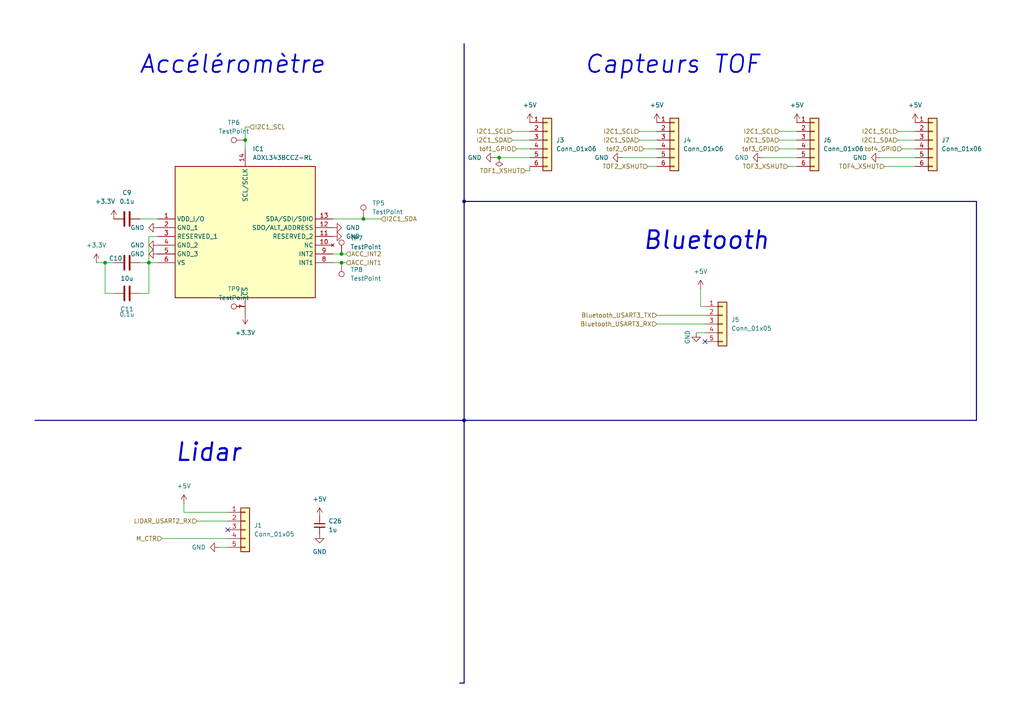
<source format=kicad_sch>
(kicad_sch (version 20250114) (generator "eeschema") (generator_version "9.0")
  (paper "A4")
  (lib_symbols
    (symbol "ADXL343BCCZ-RL:ADXL343BCCZ-RL"
      (property "Reference" "IC" (at 46.99 20.32 0))
      (property "Value" "ADXL343BCCZ-RL" (at 46.99 17.78 0))
      (symbol "ADXL343BCCZ-RL_1_1"
        (rectangle (start 5.08 15.24) (end 45.72 -22.86) (stroke (width 0.254)) (fill (type background)))
        (pin passive line (at 0 0 0) (length 5.08) (name "VDD_I/O") (number "1"))
        (pin passive line (at 0 -2.54 0) (length 5.08) (name "GND_1") (number "2"))
        (pin passive line (at 0 -5.08 0) (length 5.08) (name "RESERVED_1") (number "3"))
        (pin passive line (at 0 -7.62 0) (length 5.08) (name "GND_2") (number "4"))
        (pin passive line (at 0 -10.16 0) (length 5.08) (name "GND_3") (number "5"))
        (pin passive line (at 0 -12.7 0) (length 5.08) (name "VS") (number "6"))
        (pin passive line (at 25.4 20.32 270) (length 5.08) (name "SCL/SCLK") (number "14"))
        (pin passive line (at 25.4 -27.94 90) (length 5.08) (name "~{CS}") (number "7"))
        (pin passive line (at 50.8 0 180) (length 5.08) (name "SDA/SDI/SDIO") (number "13"))
        (pin passive line (at 50.8 -2.54 180) (length 5.08) (name "SDO/ALT_ADDRESS") (number "12"))
        (pin passive line (at 50.8 -5.08 180) (length 5.08) (name "RESERVED_2") (number "11"))
        (pin no_connect line (at 50.8 -7.62 180) (length 5.08) (name "NC") (number "10"))
        (pin passive line (at 50.8 -10.16 180) (length 5.08) (name "INT2") (number "9"))
        (pin passive line (at 50.8 -12.7 180) (length 5.08) (name "INT1") (number "8"))
      )
    )
    (symbol "Connector:TestPoint" (pin_numbers (hide yes)) (pin_names (offset 0.762) (hide yes))
      (property "Reference" "TP" (at 0 6.858 0))
      (property "Value" "TestPoint" (at 0 5.08 0))
      (symbol "TestPoint_0_1"
        (circle (center 0 3.302) (radius 0.762))
      )
      (symbol "TestPoint_1_1"
        (pin passive line (at 0 0 90) (length 2.54) (name "1") (number "1"))
      )
    )
    (symbol "Connector_Generic:Conn_01x05" (pin_names (offset 1.016) (hide yes))
      (property "Reference" "J" (at 0 7.62 0))
      (property "Value" "Conn_01x05" (at 0 -7.62 0))
      (symbol "Conn_01x05_1_1"
        (rectangle (start -1.27 6.35) (end 1.27 -6.35) (stroke (width 0.254)) (fill (type background)))
        (rectangle (start -1.27 5.207) (end 0 4.953) (stroke (width 0.1524)))
        (rectangle (start -1.27 2.667) (end 0 2.413) (stroke (width 0.1524)))
        (rectangle (start -1.27 0.127) (end 0 -0.127) (stroke (width 0.1524)))
        (rectangle (start -1.27 -2.413) (end 0 -2.667) (stroke (width 0.1524)))
        (rectangle (start -1.27 -4.953) (end 0 -5.207) (stroke (width 0.1524)))
        (pin passive line (at -5.08 5.08 0) (length 3.81) (name "Pin_1") (number "1"))
        (pin passive line (at -5.08 2.54 0) (length 3.81) (name "Pin_2") (number "2"))
        (pin passive line (at -5.08 0 0) (length 3.81) (name "Pin_3") (number "3"))
        (pin passive line (at -5.08 -2.54 0) (length 3.81) (name "Pin_4") (number "4"))
        (pin passive line (at -5.08 -5.08 0) (length 3.81) (name "Pin_5") (number "5"))
      )
    )
    (symbol "Connector_Generic:Conn_01x06" (pin_names (offset 1.016) (hide yes))
      (property "Reference" "J" (at 0 7.62 0))
      (property "Value" "Conn_01x06" (at 0 -10.16 0))
      (symbol "Conn_01x06_1_1"
        (rectangle (start -1.27 6.35) (end 1.27 -8.89) (stroke (width 0.254)) (fill (type background)))
        (rectangle (start -1.27 5.207) (end 0 4.953) (stroke (width 0.1524)))
        (rectangle (start -1.27 2.667) (end 0 2.413) (stroke (width 0.1524)))
        (rectangle (start -1.27 0.127) (end 0 -0.127) (stroke (width 0.1524)))
        (rectangle (start -1.27 -2.413) (end 0 -2.667) (stroke (width 0.1524)))
        (rectangle (start -1.27 -4.953) (end 0 -5.207) (stroke (width 0.1524)))
        (rectangle (start -1.27 -7.493) (end 0 -7.747) (stroke (width 0.1524)))
        (pin passive line (at -5.08 5.08 0) (length 3.81) (name "Pin_1") (number "1"))
        (pin passive line (at -5.08 2.54 0) (length 3.81) (name "Pin_2") (number "2"))
        (pin passive line (at -5.08 0 0) (length 3.81) (name "Pin_3") (number "3"))
        (pin passive line (at -5.08 -2.54 0) (length 3.81) (name "Pin_4") (number "4"))
        (pin passive line (at -5.08 -5.08 0) (length 3.81) (name "Pin_5") (number "5"))
        (pin passive line (at -5.08 -7.62 0) (length 3.81) (name "Pin_6") (number "6"))
      )
    )
    (symbol "Device:C" (pin_numbers (hide yes)) (pin_names (offset 0.254))
      (property "Reference" "C" (at 0.635 2.54 0))
      (property "Value" "C" (at 0.635 -2.54 0))
      (symbol "C_0_1"
        (polyline (pts (xy -2.032 0.762) (xy 2.032 0.762)) (stroke (width 0.508)))
        (polyline (pts (xy -2.032 -0.762) (xy 2.032 -0.762)) (stroke (width 0.508)))
      )
      (symbol "C_1_1"
        (pin passive line (at 0 3.81 270) (length 2.794) (name "~") (number "1"))
        (pin passive line (at 0 -3.81 90) (length 2.794) (name "~") (number "2"))
      )
    )
    (symbol "Device:C_Small" (pin_numbers (hide yes)) (pin_names (offset 0.254) (hide yes))
      (property "Reference" "C" (at 0.254 1.778 0))
      (property "Value" "C_Small" (at 0.254 -2.032 0))
      (symbol "C_Small_0_1"
        (polyline (pts (xy -1.524 0.508) (xy 1.524 0.508)) (stroke (width 0.3048)))
        (polyline (pts (xy -1.524 -0.508) (xy 1.524 -0.508)) (stroke (width 0.3302)))
      )
      (symbol "C_Small_1_1"
        (pin passive line (at 0 2.54 270) (length 2.032) (name "~") (number "1"))
        (pin passive line (at 0 -2.54 90) (length 2.032) (name "~") (number "2"))
      )
    )
    (symbol "power:+3.3V" (power) (pin_numbers (hide yes)) (pin_names (offset 0) (hide yes))
      (property "Value" "+3.3V" (at 0 3.556 0))
      (symbol "+3.3V_0_1"
        (polyline (pts (xy -0.762 1.27) (xy 0 2.54)))
        (polyline (pts (xy 0 2.54) (xy 0.762 1.27)))
        (polyline (pts (xy 0 0) (xy 0 2.54)))
      )
      (symbol "+3.3V_1_1"
        (pin power_in line (at 0 0 90) (length 0) (name "~") (number "1"))
      )
    )
    (symbol "power:+5V" (power) (pin_numbers (hide yes)) (pin_names (offset 0) (hide yes))
      (property "Value" "+5V" (at 0 3.556 0))
      (symbol "+5V_0_1"
        (polyline (pts (xy -0.762 1.27) (xy 0 2.54)))
        (polyline (pts (xy 0 2.54) (xy 0.762 1.27)))
        (polyline (pts (xy 0 0) (xy 0 2.54)))
      )
      (symbol "+5V_1_1"
        (pin power_in line (at 0 0 90) (length 0) (name "~") (number "1"))
      )
    )
    (symbol "power:GND" (power) (pin_numbers (hide yes)) (pin_names (offset 0) (hide yes))
      (property "Value" "GND" (at 0 -3.81 0))
      (symbol "GND_0_1"
        (polyline (pts (xy 0 0) (xy 0 -1.27) (xy 1.27 -1.27) (xy 0 -2.54) (xy -1.27 -1.27) (xy 0 -1.27)))
      )
      (symbol "GND_1_1"
        (pin power_in line (at 0 0 270) (length 0) (name "~") (number "1"))
      )
    )
    (symbol "power:PWR_FLAG" (power) (pin_numbers (hide yes)) (pin_names (offset 0) (hide yes))
      (property "Value" "PWR_FLAG" (at 0 3.81 0))
      (symbol "PWR_FLAG_0_0"
        (pin power_out line (at 0 0 90) (length 0) (name "~") (number "1"))
      )
      (symbol "PWR_FLAG_0_1"
        (polyline (pts (xy 0 0) (xy 0 1.27) (xy -1.016 1.905) (xy 0 2.54) (xy 1.016 1.905) (xy 0 1.27)))
      )
    )
  )
  (text "Lidar\n" (at 60.452 131.318 0) (effects (font (size 5.08 5.08) (thickness 0.635) (italic yes))))
  (text "Bluetooth " (at 206.756 69.85 0) (effects (font (size 5.08 5.08) (thickness 0.635) (italic yes))))
  (text "Accéléromètre " (at 69.342 18.796 0) (effects (font (size 5.08 5.08) (thickness 0.508) (bold yes) (italic yes))))
  (text "Capteurs TOF" (at 195.072 18.796 0) (effects (font (size 5.08 5.08) (thickness 0.508) (bold yes) (italic yes))))
  (junction (at 134.62 58.42))
  (junction (at 71.12 40.64))
  (junction (at 144.78 45.72))
  (junction (at 105.41 63.5))
  (junction (at 30.48 76.2))
  (junction (at 134.62 121.92))
  (junction (at 99.06 73.66))
  (junction (at 43.18 76.2))
  (junction (at 99.06 76.2))
  (no_connect (at 66.04 153.67))
  (no_connect (at 204.47 99.06))
  (bus (pts (xy 283.21 58.42) (xy 283.21 121.92)))
  (wire (pts (xy 190.5 91.44) (xy 204.47 91.44)))
  (bus (pts (xy 10.16 121.92) (xy 134.62 121.92)))
  (wire (pts (xy 152.4 49.53) (xy 153.67 49.53)))
  (bus (pts (xy 283.21 121.92) (xy 134.62 121.92)))
  (wire (pts (xy 53.34 148.59) (xy 66.04 148.59)))
  (wire (pts (xy 148.59 38.1) (xy 153.67 38.1)))
  (wire (pts (xy 201.93 96.52) (xy 204.47 96.52)))
  (wire (pts (xy 71.12 36.83) (xy 71.12 40.64)))
  (wire (pts (xy 63.5 158.75) (xy 66.04 158.75)))
  (wire (pts (xy 226.06 40.64) (xy 231.14 40.64)))
  (wire (pts (xy 46.99 156.21) (xy 66.04 156.21)))
  (wire (pts (xy 260.35 38.1) (xy 265.43 38.1)))
  (wire (pts (xy 220.98 45.72) (xy 231.14 45.72)))
  (wire (pts (xy 45.72 68.58) (xy 43.18 68.58)))
  (wire (pts (xy 185.42 40.64) (xy 190.5 40.64)))
  (wire (pts (xy 43.18 68.58) (xy 43.18 76.2)))
  (wire (pts (xy 186.69 43.18) (xy 190.5 43.18)))
  (wire (pts (xy 149.86 43.18) (xy 153.67 43.18)))
  (wire (pts (xy 71.12 40.64) (xy 71.12 43.18)))
  (wire (pts (xy 43.18 76.2) (xy 45.72 76.2)))
  (wire (pts (xy 96.52 63.5) (xy 105.41 63.5)))
  (wire (pts (xy 185.42 38.1) (xy 190.5 38.1)))
  (bus (pts (xy 134.62 12.7) (xy 134.62 58.42)))
  (wire (pts (xy 27.94 76.2) (xy 30.48 76.2)))
  (wire (pts (xy 203.2 83.82) (xy 203.2 88.9)))
  (wire (pts (xy 143.51 45.72) (xy 144.78 45.72)))
  (wire (pts (xy 53.34 146.05) (xy 53.34 148.59)))
  (wire (pts (xy 203.2 88.9) (xy 204.47 88.9)))
  (wire (pts (xy 71.12 36.83) (xy 72.39 36.83)))
  (wire (pts (xy 256.54 48.26) (xy 265.43 48.26)))
  (wire (pts (xy 30.48 76.2) (xy 33.02 76.2)))
  (bus (pts (xy 134.62 58.42) (xy 134.62 121.92)))
  (wire (pts (xy 190.5 93.98) (xy 204.47 93.98)))
  (wire (pts (xy 228.6 48.26) (xy 231.14 48.26)))
  (wire (pts (xy 105.41 63.5) (xy 110.49 63.5)))
  (wire (pts (xy 57.15 151.13) (xy 66.04 151.13)))
  (bus (pts (xy 134.62 58.42) (xy 283.21 58.42)))
  (wire (pts (xy 260.35 40.64) (xy 265.43 40.64)))
  (wire (pts (xy 96.52 76.2) (xy 99.06 76.2)))
  (wire (pts (xy 261.62 43.18) (xy 265.43 43.18)))
  (wire (pts (xy 226.06 38.1) (xy 231.14 38.1)))
  (wire (pts (xy 99.06 76.2) (xy 100.33 76.2)))
  (wire (pts (xy 40.64 63.5) (xy 45.72 63.5)))
  (wire (pts (xy 255.27 45.72) (xy 265.43 45.72)))
  (wire (pts (xy 144.78 45.72) (xy 153.67 45.72)))
  (bus (pts (xy 134.62 121.92) (xy 134.62 198.12)))
  (wire (pts (xy 40.64 76.2) (xy 43.18 76.2)))
  (wire (pts (xy 180.34 45.72) (xy 190.5 45.72)))
  (wire (pts (xy 226.06 43.18) (xy 231.14 43.18)))
  (wire (pts (xy 33.02 85.09) (xy 30.48 85.09)))
  (wire (pts (xy 43.18 85.09) (xy 43.18 76.2)))
  (wire (pts (xy 153.67 49.53) (xy 153.67 48.26)))
  (wire (pts (xy 30.48 85.09) (xy 30.48 76.2)))
  (bus (pts (xy 133.35 198.12) (xy 134.62 198.12)))
  (wire (pts (xy 40.64 85.09) (xy 43.18 85.09)))
  (wire (pts (xy 96.52 73.66) (xy 99.06 73.66)))
  (wire (pts (xy 99.06 73.66) (xy 100.33 73.66)))
  (wire (pts (xy 187.96 48.26) (xy 190.5 48.26)))
  (wire (pts (xy 148.59 40.64) (xy 153.67 40.64)))
  (hierarchical_label "TOF2_XSHUT" (shape input) (at 187.96 48.26 180))
  (hierarchical_label "tof2_GPIO" (shape input) (at 186.69 43.18 180))
  (hierarchical_label "M_CTR" (shape input) (at 46.99 156.21 180))
  (hierarchical_label "TOF3_XSHUT" (shape input) (at 228.6 48.26 180))
  (hierarchical_label "I2C1_SDA" (shape input) (at 226.06 40.64 180))
  (hierarchical_label "ACC_INT2" (shape input) (at 100.33 73.66 0))
  (hierarchical_label "tof3_GPIO" (shape input) (at 226.06 43.18 180))
  (hierarchical_label "TOF4_XSHUT" (shape input) (at 256.54 48.26 180))
  (hierarchical_label "TOF1_XSHUT" (shape input) (at 152.4 49.53 180))
  (hierarchical_label "tof4_GPIO" (shape input) (at 261.62 43.18 180))
  (hierarchical_label "I2C1_SDA" (shape input) (at 148.59 40.64 180))
  (hierarchical_label "I2C1_SCL" (shape input) (at 226.06 38.1 180))
  (hierarchical_label "I2C1_SCL" (shape input) (at 185.42 38.1 180))
  (hierarchical_label "I2C1_SDA" (shape input) (at 260.35 40.64 180))
  (hierarchical_label "I2C1_SDA" (shape input) (at 185.42 40.64 180))
  (hierarchical_label "Bluetooth_USART3_RX" (shape input) (at 190.5 93.98 180))
  (hierarchical_label "ACC_INT1" (shape input) (at 100.33 76.2 0))
  (hierarchical_label "I2C1_SCL" (shape input) (at 72.39 36.83 0))
  (hierarchical_label "Bluetooth_USART3_TX" (shape input) (at 190.5 91.44 180))
  (hierarchical_label "LIDAR_USART2_RX" (shape input) (at 57.15 151.13 180))
  (hierarchical_label "I2C1_SCL" (shape input) (at 148.59 38.1 180))
  (hierarchical_label "I2C1_SCL" (shape input) (at 260.35 38.1 180))
  (hierarchical_label "tof1_GPIO" (shape input) (at 149.86 43.18 180))
  (hierarchical_label "I2C1_SDA" (shape input) (at 110.49 63.5 0))
  (symbol (lib_id "power:+3.3V") (at 27.94 76.2 0) (unit 1)
    (property "Reference" "#PWR0127" (effects (hide yes)))
    (property "Value" "+3.3V" (at 27.94 71.12 0))
    (property "Description" "Power symbol creates a global label with name \"+3.3V\"" (effects (hide yes)))
    (instances (project "Projet_Robot" (path "" (reference "#PWR0127") (unit 1))) (project "" (path "" (reference "#PWR?") (unit 1))))
  )
  (symbol (lib_id "Connector:TestPoint") (at 99.06 73.66 0) (unit 1)
    (property "Reference" "TP7" (at 101.6 69.0879 0) (effects (justify left)))
    (property "Value" "TestPoint" (at 101.6 71.6279 0) (effects (justify left)))
    (property "Description" "test point" (effects (hide yes)))
  )
  (symbol (lib_id "power:GND") (at 143.51 45.72 270) (unit 1)
    (property "Reference" "#PWR04" (effects (hide yes)))
    (property "Value" "GND" (at 139.7 45.7199 90) (effects (justify right)))
    (property "Description" "Power symbol creates a global label with name \"GND\" , ground" (effects (hide yes)))
  )
  (symbol (lib_id "power:+5V") (at 92.71 149.86 0) (unit 1)
    (property "Reference" "#PWR027" (effects (hide yes)))
    (property "Value" "+5V" (at 92.71 144.78 0))
    (property "Description" "Power symbol creates a global label with name \"+5V\"" (effects (hide yes)))
  )
  (symbol (lib_id "Connector_Generic:Conn_01x06") (at 270.51 40.64 0) (unit 1)
    (property "Reference" "J7" (at 273.05 40.6399 0) (effects (justify left)))
    (property "Value" "Conn_01x06" (at 273.05 43.1799 0) (effects (justify left)))
    (property "Footprint" "Connector_JST:JST_XH_B6B-XH-A_1x06_P2.50mm_Vertical" (effects (hide yes)))
    (property "Description" "Generic connector, single row, 01x06, script generated (kicad-library-utils/schlib/autogen/connector/)" (effects (hide yes)))
  )
  (symbol (lib_id "power:+3.3V") (at 33.02 63.5 0) (unit 1)
    (property "Reference" "#PWR0124" (effects (hide yes)))
    (property "Value" "+3.3V" (at 30.48 58.42 0))
    (property "Description" "Power symbol creates a global label with name \"+3.3V\"" (effects (hide yes)))
    (instances (project "Projet_Robot" (path "" (reference "#PWR0124") (unit 1))) (project "Projet micro" (path "" (reference "#PWR?") (unit 1))))
  )
  (symbol (lib_id "power:+5V") (at 265.43 35.56 0) (unit 1)
    (property "Reference" "#PWR010" (effects (hide yes)))
    (property "Value" "+5V" (at 265.43 30.48 0))
    (property "Description" "Power symbol creates a global label with name \"+5V\"" (effects (hide yes)))
  )
  (symbol (lib_id "Device:C") (at 36.83 76.2 90) (unit 1)
    (property "Reference" "C10" (at 33.528 74.93 90))
    (property "Value" "10u" (at 36.83 80.772 90))
    (property "Footprint" "Capacitor_SMD:C_0603_1608Metric" (effects (hide yes)))
    (property "Description" "Unpolarized capacitor" (effects (hide yes)))
    (instances (project "" (path "" (reference "C10") (unit 1))) (project "Projet micro" (path "" (reference "C2") (unit 1))))
  )
  (symbol (lib_id "power:+5V") (at 231.14 35.56 0) (unit 1)
    (property "Reference" "#PWR08" (effects (hide yes)))
    (property "Value" "+5V" (at 231.14 30.48 0))
    (property "Description" "Power symbol creates a global label with name \"+5V\"" (effects (hide yes)))
  )
  (symbol (lib_id "power:+5V") (at 53.34 146.05 0) (unit 1)
    (property "Reference" "#PWR0129" (effects (hide yes)))
    (property "Value" "+5V" (at 53.34 140.97 0))
    (property "Description" "Power symbol creates a global label with name \"+5V\"" (effects (hide yes)))
    (instances (project "Projet_Robot" (path "" (reference "#PWR0129") (unit 1))) (project "" (path "" (reference "#PWR?") (unit 1))))
  )
  (symbol (lib_id "Connector:TestPoint") (at 105.41 63.5 0) (unit 1)
    (property "Reference" "TP5" (at 107.95 58.9279 0) (effects (justify left)))
    (property "Value" "TestPoint" (at 107.95 61.4679 0) (effects (justify left)))
    (property "Description" "test point" (effects (hide yes)))
  )
  (symbol (lib_id "power:+5V") (at 203.2 83.82 0) (unit 1)
    (property "Reference" "#PWR011" (effects (hide yes)))
    (property "Value" "+5V" (at 203.2 78.74 0))
    (property "Description" "Power symbol creates a global label with name \"+5V\"" (effects (hide yes)))
  )
  (symbol (lib_id "Connector:TestPoint") (at 71.12 88.9 90) (unit 1)
    (property "Reference" "TP9" (at 67.818 83.82 90))
    (property "Value" "TestPoint" (at 67.818 86.36 90))
    (property "Description" "test point" (effects (hide yes)))
  )
  (symbol (lib_id "Connector_Generic:Conn_01x06") (at 195.58 40.64 0) (unit 1)
    (property "Reference" "J4" (at 198.12 40.6399 0) (effects (justify left)))
    (property "Value" "Conn_01x06" (at 198.12 43.1799 0) (effects (justify left)))
    (property "Footprint" "Connector_JST:JST_XH_B6B-XH-AM_1x06_P2.50mm_Vertical" (effects (hide yes)))
    (property "Description" "Generic connector, single row, 01x06, script generated (kicad-library-utils/schlib/autogen/connector/)" (effects (hide yes)))
  )
  (symbol (lib_id "Device:C_Small") (at 92.71 152.4 0) (unit 1)
    (property "Reference" "C26" (at 95.25 151.1362 0) (effects (justify left)))
    (property "Value" "1u" (at 95.25 153.6762 0) (effects (justify left)))
    (property "Footprint" "Capacitor_SMD:C_0201_0603Metric" (effects (hide yes)))
    (property "Description" "Unpolarized capacitor, small symbol" (effects (hide yes)))
  )
  (symbol (lib_id "Connector_Generic:Conn_01x06") (at 158.75 40.64 0) (unit 1)
    (property "Reference" "J3" (at 161.29 40.6399 0) (effects (justify left)))
    (property "Value" "Conn_01x06" (at 161.29 43.1799 0) (effects (justify left)))
    (property "Footprint" "Connector_JST:JST_XH_B6B-XH-AM_1x06_P2.50mm_Vertical" (effects (hide yes)))
    (property "Description" "Generic connector, single row, 01x06, script generated (kicad-library-utils/schlib/autogen/connector/)" (effects (hide yes)))
    (instances (project "" (path "" (reference "J3") (unit 1))) (project "" (path "" (reference "J2") (unit 1))))
  )
  (symbol (lib_id "Connector_Generic:Conn_01x05") (at 209.55 93.98 0) (unit 1)
    (property "Reference" "J5" (at 212.09 92.7099 0) (effects (justify left)))
    (property "Value" "Conn_01x05" (at 212.09 95.2499 0) (effects (justify left)))
    (property "Footprint" "Connector_JST:JST_XH_B6B-XH-AM_1x06_P2.50mm_Vertical" (effects (hide yes)))
    (property "Description" "Generic connector, single row, 01x05, script generated (kicad-library-utils/schlib/autogen/connector/)" (effects (hide yes)))
    (instances (project "" (path "" (reference "J5") (unit 1))) (project "" (path "" (reference "J4") (unit 1))))
  )
  (symbol (lib_id "power:GND") (at 255.27 45.72 270) (unit 1)
    (property "Reference" "#PWR09" (effects (hide yes)))
    (property "Value" "GND" (at 251.46 45.7199 90) (effects (justify right)))
    (property "Description" "Power symbol creates a global label with name \"GND\" , ground" (effects (hide yes)))
  )
  (symbol (lib_id "power:GND") (at 96.52 68.58 90) (unit 1)
    (property "Reference" "#PWR0120" (effects (hide yes)))
    (property "Value" "GND" (at 100.33 68.5799 90) (effects (justify right)))
    (property "Description" "Power symbol creates a global label with name \"GND\" , ground" (effects (hide yes)))
    (instances (project "Projet_Robot" (path "" (reference "#PWR0120") (unit 1))) (project "" (path "" (reference "#PWR?") (unit 1))))
  )
  (symbol (lib_id "power:GND") (at 201.93 96.52 0) (unit 1)
    (property "Reference" "#PWR0118" (effects (hide yes)))
    (property "Value" "GND" (at 199.39 97.79 90))
    (property "Description" "Power symbol creates a global label with name \"GND\" , ground" (effects (hide yes)))
    (instances (project "Projet_Robot" (path "" (reference "#PWR0118") (unit 1))) (project "Projet micro" (path "" (reference "#PWR?") (unit 1))))
  )
  (symbol (lib_id "Device:C") (at 36.83 63.5 90) (unit 1)
    (property "Reference" "C9" (at 36.83 55.88 90))
    (property "Value" "0.1u" (at 36.83 58.42 90))
    (property "Footprint" "Capacitor_SMD:C_0603_1608Metric" (effects (hide yes)))
    (property "Description" "Unpolarized capacitor" (effects (hide yes)))
    (instances (project "" (path "" (reference "C9") (unit 1))) (project "" (path "" (reference "C1") (unit 1))))
  )
  (symbol (lib_id "power:GND") (at 45.72 66.04 270) (unit 1)
    (property "Reference" "#PWR0125" (effects (hide yes)))
    (property "Value" "GND" (at 41.91 66.0399 90) (effects (justify right)))
    (property "Description" "Power symbol creates a global label with name \"GND\" , ground" (effects (hide yes)))
    (instances (project "Projet_Robot" (path "" (reference "#PWR0125") (unit 1))) (project "" (path "" (reference "#PWR?") (unit 1))))
  )
  (symbol (lib_id "Connector:TestPoint") (at 71.12 40.64 90) (unit 1)
    (property "Reference" "TP6" (at 67.818 35.56 90))
    (property "Value" "TestPoint" (at 67.818 38.1 90))
    (property "Description" "test point" (effects (hide yes)))
  )
  (symbol (lib_id "power:GND") (at 45.72 73.66 270) (unit 1)
    (property "Reference" "#PWR0122" (effects (hide yes)))
    (property "Value" "GND" (at 41.91 73.6599 90) (effects (justify right)))
    (property "Description" "Power symbol creates a global label with name \"GND\" , ground" (effects (hide yes)))
    (instances (project "Projet_Robot" (path "" (reference "#PWR0122") (unit 1))) (project "Projet micro" (path "" (reference "#PWR?") (unit 1))))
  )
  (symbol (lib_id "power:+3.3V") (at 71.12 91.44 180) (unit 1)
    (property "Reference" "#PWR0130" (effects (hide yes)))
    (property "Value" "+3.3V" (at 71.12 96.52 0))
    (property "Description" "Power symbol creates a global label with name \"+3.3V\"" (effects (hide yes)))
    (instances (project "Projet_Robot" (path "" (reference "#PWR0130") (unit 1))) (project "Projet micro" (path "" (reference "#PWR?") (unit 1))))
  )
  (symbol (lib_id "Connector_Generic:Conn_01x06") (at 236.22 40.64 0) (unit 1)
    (property "Reference" "J6" (at 238.76 40.6399 0) (effects (justify left)))
    (property "Value" "Conn_01x06" (at 238.76 43.1799 0) (effects (justify left)))
    (property "Footprint" "Connector_JST:JST_XH_B6B-XH-AM_1x06_P2.50mm_Vertical" (effects (hide yes)))
    (property "Description" "Generic connector, single row, 01x06, script generated (kicad-library-utils/schlib/autogen/connector/)" (effects (hide yes)))
  )
  (symbol (lib_id "power:GND") (at 220.98 45.72 270) (unit 1)
    (property "Reference" "#PWR07" (effects (hide yes)))
    (property "Value" "GND" (at 217.17 45.7199 90) (effects (justify right)))
    (property "Description" "Power symbol creates a global label with name \"GND\" , ground" (effects (hide yes)))
  )
  (symbol (lib_id "power:GND") (at 63.5 158.75 270) (unit 1)
    (property "Reference" "#PWR0128" (effects (hide yes)))
    (property "Value" "GND" (at 59.69 158.7499 90) (effects (justify right)))
    (property "Description" "Power symbol creates a global label with name \"GND\" , ground" (effects (hide yes)))
    (instances (project "Projet_Robot" (path "" (reference "#PWR0128") (unit 1))) (project "" (path "" (reference "#PWR?") (unit 1))))
  )
  (symbol (lib_id "Connector_Generic:Conn_01x05") (at 71.12 153.67 0) (unit 1)
    (property "Reference" "J1" (at 73.66 152.3999 0) (effects (justify left)))
    (property "Value" "Conn_01x05" (at 73.66 154.9399 0) (effects (justify left)))
    (property "Footprint" "Battery:SOT65P280X100-8N" (effects (hide yes)))
    (property "Description" "Generic connector, single row, 01x05, script generated (kicad-library-utils/schlib/autogen/connector/)" (effects (hide yes)))
  )
  (symbol (lib_id "Connector:TestPoint") (at 99.06 76.2 180) (unit 1)
    (property "Reference" "TP8" (at 101.6 78.2319 0) (effects (justify right)))
    (property "Value" "TestPoint" (at 101.6 80.7719 0) (effects (justify right)))
    (property "Description" "test point" (effects (hide yes)))
  )
  (symbol (lib_id "power:GND") (at 96.52 66.04 90) (unit 1)
    (property "Reference" "#PWR0126" (effects (hide yes)))
    (property "Value" "GND" (at 100.33 66.0399 90) (effects (justify right)))
    (property "Description" "Power symbol creates a global label with name \"GND\" , ground" (effects (hide yes)))
    (instances (project "Projet_Robot" (path "" (reference "#PWR0126") (unit 1))) (project "Projet micro" (path "" (reference "#PWR?") (unit 1))))
  )
  (symbol (lib_id "power:GND") (at 180.34 45.72 270) (unit 1)
    (property "Reference" "#PWR05" (effects (hide yes)))
    (property "Value" "GND" (at 176.53 45.7199 90) (effects (justify right)))
    (property "Description" "Power symbol creates a global label with name \"GND\" , ground" (effects (hide yes)))
  )
  (symbol (lib_id "power:GND") (at 92.71 154.94 0) (unit 1)
    (property "Reference" "#PWR028" (effects (hide yes)))
    (property "Value" "GND" (at 92.71 160.02 0))
    (property "Description" "Power symbol creates a global label with name \"GND\" , ground" (effects (hide yes)))
  )
  (symbol (lib_id "power:GND") (at 45.72 71.12 270) (unit 1)
    (property "Reference" "#PWR0123" (effects (hide yes)))
    (property "Value" "GND" (at 41.91 71.1199 90) (effects (justify right)))
    (property "Description" "Power symbol creates a global label with name \"GND\" , ground" (effects (hide yes)))
    (instances (project "Projet_Robot" (path "" (reference "#PWR0123") (unit 1))) (project "Projet micro" (path "" (reference "#PWR?") (unit 1))))
  )
  (symbol (lib_id "ADXL343BCCZ-RL:ADXL343BCCZ-RL") (at 45.72 63.5 0) (unit 1)
    (property "Reference" "IC1" (at 73.2633 43.18 0) (effects (justify left)))
    (property "Value" "ADXL343BCCZ-RL" (at 73.2633 45.72 0) (effects (justify left)))
    (property "Footprint" "Package_LGA:LGA-14_3x5mm_P0.8mm_LayoutBorder1x6y" (effects (hide yes)))
    (property "Datasheet" "https://www.analog.com/media/en/technical-documentation/data-sheets/ADXL343.pdf" (effects (hide yes)))
    (property "Description" "Accelerometer X, Y, Z Axis +/-2g, 4g, 8g, 16g 0.05Hz ~ 1.6kHz 14-LGA (3x5)" (effects (hide yes)))
    (property "Height" "1" (effects (hide yes)))
    (property "Mouser Part Number" "584-ADXL343BCCZ-R" (effects (hide yes)))
    (property "Mouser Price/Stock" "https://www.mouser.co.uk/ProductDetail/Analog-Devices/ADXL343BCCZ-RL?qs=WIvQP4zGaniHpowyrbt1Aw%3D%3D" (effects (hide yes)))
    (property "Manufacturer_Name" "Analog Devices" (effects (hide yes)))
    (property "Manufacturer_Part_Number" "ADXL343BCCZ-RL" (effects (hide yes)))
  )
  (symbol (lib_id "power:PWR_FLAG") (at 144.78 45.72 180) (unit 1)
    (property "Reference" "#FLG03" (effects (hide yes)))
    (property "Value" "PWR_FLAG" (effects (hide yes)))
    (property "Description" "Special symbol for telling ERC where power comes from" (effects (hide yes)))
  )
  (symbol (lib_id "power:+5V") (at 153.67 35.56 0) (unit 1)
    (property "Reference" "#PWR03" (effects (hide yes)))
    (property "Value" "+5V" (at 153.67 30.48 0))
    (property "Description" "Power symbol creates a global label with name \"+5V\"" (effects (hide yes)))
  )
  (symbol (lib_id "Device:C") (at 36.83 85.09 90) (unit 1)
    (property "Reference" "C11" (at 36.83 89.662 90))
    (property "Value" "0.1u" (at 36.83 91.186 90))
    (property "Footprint" "Capacitor_SMD:C_0603_1608Metric" (effects (hide yes)))
    (property "Description" "Unpolarized capacitor" (effects (hide yes)))
    (instances (project "" (path "" (reference "C11") (unit 1))) (project "Projet micro" (path "" (reference "C3") (unit 1))))
  )
  (symbol (lib_id "power:+5V") (at 190.5 35.56 0) (unit 1)
    (property "Reference" "#PWR06" (effects (hide yes)))
    (property "Value" "+5V" (at 190.5 30.48 0))
    (property "Description" "Power symbol creates a global label with name \"+5V\"" (effects (hide yes)))
  )
)
</source>
